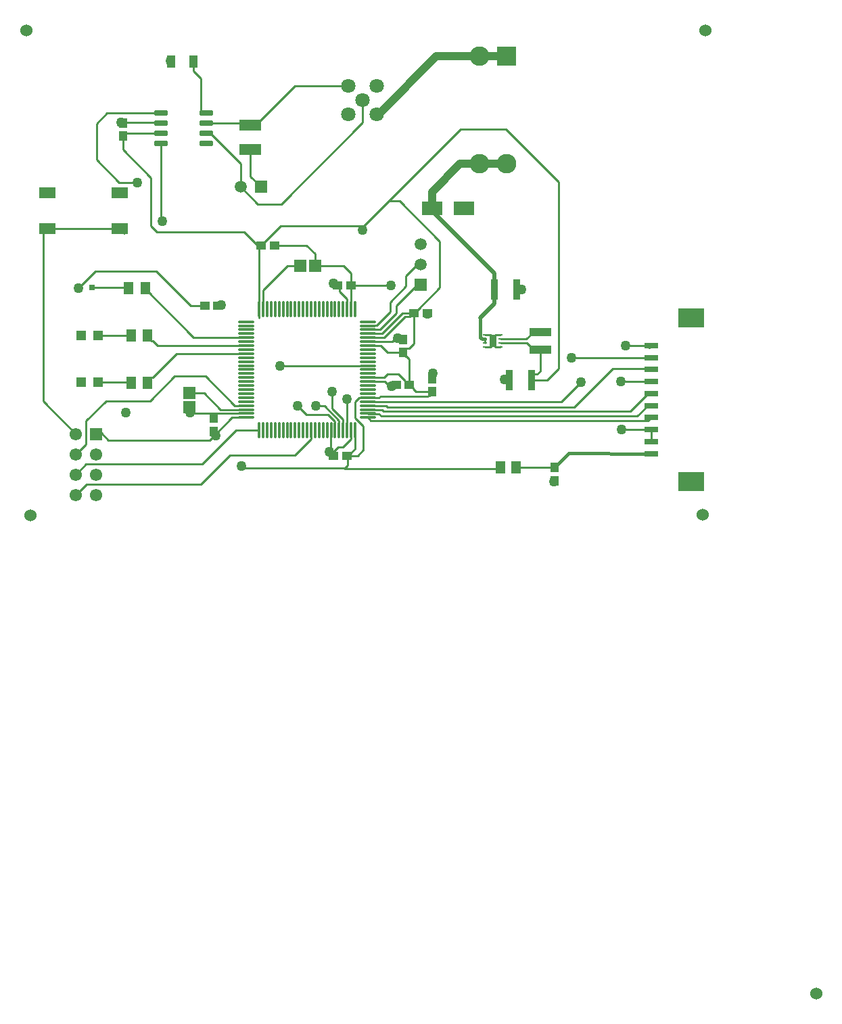
<source format=gbr>
%TF.GenerationSoftware,Altium Limited,Altium Designer,19.1.8 (144)*%
G04 Layer_Physical_Order=1*
G04 Layer_Color=255*
%FSLAX25Y25*%
%MOIN*%
%TF.FileFunction,Copper,L1,Top,Signal*%
%TF.Part,Single*%
G01*
G75*
%TA.AperFunction,SMDPad,CuDef*%
%ADD10R,0.04166X0.04749*%
%ADD11R,0.04749X0.04166*%
%ADD12O,0.01181X0.08268*%
%ADD13O,0.08268X0.01181*%
%ADD14R,0.03740X0.10236*%
%ADD15R,0.01968X0.01102*%
%ADD16R,0.03543X0.06299*%
%ADD17R,0.13000X0.09500*%
%ADD18R,0.06693X0.03150*%
%ADD19R,0.04921X0.06102*%
%ADD20R,0.06127X0.05924*%
%ADD21R,0.04724X0.04724*%
%ADD22R,0.03150X0.03150*%
%ADD23R,0.05924X0.06127*%
%ADD24R,0.10630X0.03937*%
%ADD25R,0.08268X0.05512*%
%ADD26R,0.05118X0.05906*%
%ADD27R,0.09843X0.06693*%
%ADD28R,0.11024X0.05709*%
G04:AMPARAMS|DCode=29|XSize=25.59mil|YSize=64.96mil|CornerRadius=1.92mil|HoleSize=0mil|Usage=FLASHONLY|Rotation=90.000|XOffset=0mil|YOffset=0mil|HoleType=Round|Shape=RoundedRectangle|*
%AMROUNDEDRECTD29*
21,1,0.02559,0.06112,0,0,90.0*
21,1,0.02175,0.06496,0,0,90.0*
1,1,0.00384,0.03056,0.01088*
1,1,0.00384,0.03056,-0.01088*
1,1,0.00384,-0.03056,-0.01088*
1,1,0.00384,-0.03056,0.01088*
%
%ADD29ROUNDEDRECTD29*%
%ADD30R,0.04331X0.06496*%
%TA.AperFunction,Conductor*%
%ADD31C,0.01000*%
%ADD32C,0.01500*%
%ADD33C,0.01968*%
%ADD34C,0.03937*%
%TA.AperFunction,ComponentPad*%
%ADD35C,0.09646*%
%ADD36R,0.09646X0.09646*%
%TA.AperFunction,ViaPad*%
%ADD37C,0.06000*%
%TA.AperFunction,ComponentPad*%
%ADD38R,0.05906X0.05906*%
%ADD39C,0.05906*%
%ADD40C,0.06102*%
%ADD41R,0.06102X0.06102*%
%ADD42R,0.05906X0.05906*%
%ADD43C,0.07087*%
%TA.AperFunction,ViaPad*%
%ADD44C,0.05000*%
%ADD45C,0.01968*%
%ADD46C,0.07087*%
D10*
X208071Y69780D02*
D03*
Y76283D02*
D03*
X193504Y89169D02*
D03*
Y95673D02*
D03*
X100197Y56795D02*
D03*
Y50291D02*
D03*
X268208Y25878D02*
D03*
Y32382D02*
D03*
X55511Y202272D02*
D03*
Y195768D02*
D03*
D11*
X95961Y112106D02*
D03*
X102464D02*
D03*
X196657Y73327D02*
D03*
X190154D02*
D03*
X161414Y122277D02*
D03*
X167917D02*
D03*
X159346Y38091D02*
D03*
X165850D02*
D03*
X130319Y142028D02*
D03*
X123815D02*
D03*
X205511Y108465D02*
D03*
X199008D02*
D03*
D12*
X169980Y50787D02*
D03*
X168011D02*
D03*
X166043D02*
D03*
X164075D02*
D03*
X162106D02*
D03*
X160137D02*
D03*
X158169D02*
D03*
X156201D02*
D03*
X154232D02*
D03*
X152263D02*
D03*
X150295D02*
D03*
X148327D02*
D03*
X146358D02*
D03*
X144389D02*
D03*
X142421D02*
D03*
X140453D02*
D03*
X138484D02*
D03*
X136515D02*
D03*
X134547D02*
D03*
X132579D02*
D03*
X130610D02*
D03*
X128641D02*
D03*
X126673D02*
D03*
X124705D02*
D03*
X122736D02*
D03*
Y110630D02*
D03*
X124705D02*
D03*
X126673D02*
D03*
X128641D02*
D03*
X130610D02*
D03*
X132579D02*
D03*
X134547D02*
D03*
X136515D02*
D03*
X138484D02*
D03*
X140453D02*
D03*
X142421D02*
D03*
X144389D02*
D03*
X146358D02*
D03*
X148327D02*
D03*
X150295D02*
D03*
X152263D02*
D03*
X154232D02*
D03*
X156201D02*
D03*
X158169D02*
D03*
X160137D02*
D03*
X162106D02*
D03*
X164075D02*
D03*
X166043D02*
D03*
X168011D02*
D03*
X169980D02*
D03*
D13*
X116437Y57086D02*
D03*
Y59055D02*
D03*
Y61023D02*
D03*
Y62992D02*
D03*
Y64960D02*
D03*
Y66929D02*
D03*
Y68897D02*
D03*
Y70866D02*
D03*
Y72834D02*
D03*
Y74803D02*
D03*
Y76771D02*
D03*
Y78740D02*
D03*
Y80709D02*
D03*
Y82677D02*
D03*
Y84646D02*
D03*
Y86614D02*
D03*
Y88583D02*
D03*
Y90551D02*
D03*
Y92520D02*
D03*
Y94488D02*
D03*
Y96457D02*
D03*
Y98425D02*
D03*
Y100394D02*
D03*
Y102362D02*
D03*
Y104331D02*
D03*
X176279D02*
D03*
Y102362D02*
D03*
Y100394D02*
D03*
Y98425D02*
D03*
Y96457D02*
D03*
Y94488D02*
D03*
Y92520D02*
D03*
Y90551D02*
D03*
Y88583D02*
D03*
Y86614D02*
D03*
Y84646D02*
D03*
Y82677D02*
D03*
Y80709D02*
D03*
Y78740D02*
D03*
Y76771D02*
D03*
Y74803D02*
D03*
Y72834D02*
D03*
Y70866D02*
D03*
Y68897D02*
D03*
Y66929D02*
D03*
Y64960D02*
D03*
Y62992D02*
D03*
Y61023D02*
D03*
Y59055D02*
D03*
Y57086D02*
D03*
D14*
X245965Y75689D02*
D03*
X256988D02*
D03*
X238583Y120079D02*
D03*
X249606D02*
D03*
D15*
X234153Y97835D02*
D03*
Y95866D02*
D03*
Y93898D02*
D03*
Y91929D02*
D03*
X241633D02*
D03*
Y93898D02*
D03*
Y95866D02*
D03*
Y97835D02*
D03*
D16*
X237893Y94882D02*
D03*
D17*
X335544Y25595D02*
D03*
Y106295D02*
D03*
D18*
X315945Y39370D02*
D03*
Y45275D02*
D03*
Y51181D02*
D03*
Y57086D02*
D03*
Y62992D02*
D03*
Y68898D02*
D03*
Y74803D02*
D03*
Y80709D02*
D03*
Y86614D02*
D03*
Y92520D02*
D03*
D19*
X67716Y97441D02*
D03*
X59645D02*
D03*
X66535Y120965D02*
D03*
X58464D02*
D03*
X59744Y74311D02*
D03*
X67815D02*
D03*
D20*
X88484Y62103D02*
D03*
Y69196D02*
D03*
D21*
X34940Y74508D02*
D03*
X43208D02*
D03*
X34940Y97441D02*
D03*
X43208D02*
D03*
D22*
X34251Y121063D02*
D03*
X40157D02*
D03*
D23*
X150199Y131791D02*
D03*
X143107D02*
D03*
D24*
X261220Y90650D02*
D03*
Y99311D02*
D03*
D25*
X54133Y167815D02*
D03*
Y150099D02*
D03*
X18307D02*
D03*
Y167815D02*
D03*
D26*
X249212Y32480D02*
D03*
X241732D02*
D03*
D27*
X223622Y160335D02*
D03*
X207874D02*
D03*
D28*
X118405Y201181D02*
D03*
Y189173D02*
D03*
D29*
X96555Y192106D02*
D03*
Y197106D02*
D03*
Y202106D02*
D03*
Y207106D02*
D03*
X74311Y192106D02*
D03*
Y197106D02*
D03*
Y202106D02*
D03*
Y207106D02*
D03*
D30*
X90452Y232480D02*
D03*
X79232D02*
D03*
D31*
X88090Y59090D02*
X116402D01*
X33563Y120965D02*
X41830Y129232D01*
X54724Y202658D02*
X73760D01*
X315157Y51575D02*
X315945Y50788D01*
X306200Y60925D02*
X306299Y61023D01*
X305511Y60236D02*
X306200Y60925D01*
X184055Y60236D02*
X305511D01*
X168011Y122183D02*
X168155Y122039D01*
X314271Y50689D02*
X315157Y51575D01*
X168155Y122039D02*
X187618D01*
X315945Y45275D02*
Y50788D01*
X133264Y151476D02*
X174311D01*
X166248Y38091D02*
Y38197D01*
Y33579D02*
Y38091D01*
X98228Y45965D02*
X109350Y57086D01*
X113681Y32090D02*
X128933D01*
X194685Y106890D02*
X197244D01*
X199008Y93397D02*
Y108465D01*
X184252Y96457D02*
X194685Y106890D01*
X176279Y96457D02*
X184252D01*
X193405Y108465D02*
X198716D01*
X183366Y98425D02*
X193405Y108465D01*
X176279Y98425D02*
X183366D01*
X278051Y62303D02*
X296850Y81102D01*
X185827Y62303D02*
X278051D01*
X185228Y62902D02*
X185827Y62303D01*
X176370Y62902D02*
X185228D01*
X176279Y62992D02*
X176370Y62902D01*
X183268Y61023D02*
X184055Y60236D01*
X176279Y61023D02*
X183268D01*
X306299D02*
X306398D01*
X177756Y55610D02*
X314468D01*
X301279Y51083D02*
X312500D01*
X182874Y57874D02*
X309055D01*
X181783Y58965D02*
X182874Y57874D01*
X176370Y58965D02*
X181783D01*
X176279Y59055D02*
X176370Y58965D01*
X309055Y57874D02*
X314173Y62992D01*
X314468Y55610D02*
X315945Y57086D01*
X176279Y57086D02*
X177756Y55610D01*
X41830Y129232D02*
X71850D01*
X88976Y112106D01*
X95961D01*
X90452Y96457D02*
X116437D01*
X66535Y120374D02*
X90452Y96457D01*
X111319Y50787D02*
X122736D01*
X94587Y34055D02*
X111319Y50787D01*
X37480Y34055D02*
X94587D01*
X164665Y31996D02*
X164763Y31898D01*
X167831Y39674D02*
X169980Y41822D01*
X167725Y39674D02*
X167831D01*
X166248Y38197D02*
X167725Y39674D01*
X169980Y41822D02*
Y50787D01*
X166248Y38091D02*
X171161D01*
X174114Y41043D01*
Y52854D01*
X169980Y56988D02*
X174114Y52854D01*
X169980Y56988D02*
Y64861D01*
X196657Y73327D02*
Y86016D01*
Y73327D02*
X196949D01*
X196366D02*
X196657D01*
X198532Y71161D02*
X199913Y69780D01*
X198532Y71161D02*
Y71744D01*
X196949Y73327D02*
X198532Y71744D01*
X199913Y69780D02*
X208071D01*
X182480Y67520D02*
X205811D01*
X206196Y67905D01*
X206488D01*
X208071Y69488D01*
Y69780D01*
X181890Y66929D02*
X182480Y67520D01*
X176279Y66929D02*
X181890D01*
X195378Y87295D02*
X196657Y86016D01*
X195087Y87295D02*
X195378D01*
X193504Y88878D02*
X195087Y87295D01*
X193504Y88878D02*
Y89169D01*
X186122Y78543D02*
X191441D01*
X194783Y75201D01*
Y74910D02*
Y75201D01*
Y74910D02*
X196366Y73327D01*
X184350Y76771D02*
X186122Y78543D01*
X176279Y76771D02*
X184350D01*
X196654Y91044D02*
X199008Y93397D01*
X195087Y91044D02*
X196654D01*
X193504Y89461D02*
X195087Y91044D01*
X193504Y89169D02*
Y89461D01*
X186713Y163878D02*
X222047Y199213D01*
X174311Y151476D02*
X186713Y163878D01*
X211811Y121268D02*
Y143898D01*
X200882Y110339D02*
X211811Y121268D01*
X200882Y110048D02*
Y110339D01*
X199299Y108465D02*
X200882Y110048D01*
X199008Y108465D02*
X199299D01*
X191831Y163878D02*
X211811Y143898D01*
X186713Y163878D02*
X191831D01*
X186126Y89169D02*
X193504D01*
X182775Y92520D02*
X186126Y89169D01*
X176279Y92520D02*
X182775D01*
X190131Y96161D02*
X191043D01*
X188458Y94488D02*
X190131Y96161D01*
X176279Y94488D02*
X188458D01*
X190310Y112101D02*
X201968Y123760D01*
X190310Y108518D02*
Y112101D01*
X182220Y100428D02*
X190310Y108518D01*
X176314Y100428D02*
X182220D01*
X123815Y142028D02*
X133264Y151476D01*
X222047Y199213D02*
X244193D01*
X270276Y173130D01*
Y81201D02*
Y173130D01*
X264764Y75689D02*
X270276Y81201D01*
X256988Y75689D02*
X264764D01*
X315944Y86614D02*
X315945Y86614D01*
X276673Y86614D02*
X315944D01*
X158563Y131791D02*
X158563Y131791D01*
X164173D01*
X167917Y128047D01*
Y122277D02*
Y128047D01*
X162216Y119280D02*
X166043Y115453D01*
X162216Y119280D02*
Y121474D01*
X161414Y122277D02*
X162216Y121474D01*
X166043Y110630D02*
Y115453D01*
X167917Y122277D02*
X168011Y122183D01*
Y110630D02*
Y122183D01*
X157381Y40059D02*
X159252D01*
X161811Y42618D01*
X164073D01*
X167977Y46522D01*
X241633Y93898D02*
X254626D01*
X48484Y45965D02*
X98228D01*
X44842Y49606D02*
X48484Y45965D01*
X109350Y57086D02*
X116437D01*
X88484Y69196D02*
X95548D01*
X96161Y77559D02*
X110728Y62992D01*
X81102Y77559D02*
X96161D01*
X68897Y65354D02*
X81102Y77559D01*
X74901Y154035D02*
X75098D01*
X74311Y154626D02*
X74901Y154035D01*
X42519Y184055D02*
X53740Y172835D01*
X62500D01*
X55511Y189075D02*
Y195768D01*
Y189075D02*
X69291Y175295D01*
Y151575D02*
Y175295D01*
Y151575D02*
X72342Y148524D01*
X115453D01*
X122736Y141241D01*
Y110630D02*
Y141241D01*
X74311Y197106D02*
X76279D01*
X150199Y131791D02*
Y137891D01*
X146063Y142028D02*
X150199Y137891D01*
X130319Y142028D02*
X146063D01*
X261220Y79921D02*
Y90650D01*
X259772Y78473D02*
X261220Y79921D01*
X258358Y78473D02*
X259772D01*
X256988Y77103D02*
X258358Y78473D01*
X256988Y75689D02*
Y77103D01*
X16378Y65040D02*
X32421Y48996D01*
Y38996D02*
X37303Y43878D01*
Y55413D01*
X47244Y65354D02*
X68897D01*
X37303Y55413D02*
X47244Y65354D01*
X32421Y28996D02*
X37480Y34055D01*
X32421Y18996D02*
X37539Y24114D01*
X180708Y206594D02*
X181595D01*
X306299Y61023D02*
X314173Y68898D01*
X315551Y81102D02*
X315945Y80709D01*
X296850Y81102D02*
X315551D01*
X313878Y92618D02*
X314960Y91536D01*
X312500Y51083D02*
X313189Y51772D01*
X314271Y50689D01*
X315846Y86516D02*
X315945Y86614D01*
X303248Y92618D02*
X313878D01*
X314960Y91536D02*
X315945Y92520D01*
X301083Y74902D02*
X315649D01*
X315846Y74705D01*
X315944Y74803D01*
X315945Y74803D01*
X271752Y64960D02*
X281299Y74508D01*
X176279Y64960D02*
X271752D01*
X234153Y93898D02*
Y95866D01*
X74311Y154626D02*
Y192106D01*
X73760Y202658D02*
X74311Y202106D01*
X37539Y24114D02*
X93897D01*
X108366Y38583D01*
X42519Y184055D02*
Y201870D01*
X47756Y207106D01*
X74311D01*
X132874Y82776D02*
X132972Y82677D01*
X176279D01*
X150492Y62795D02*
X154888D01*
X162071Y55612D01*
Y50822D02*
Y55612D01*
Y50822D02*
X162106Y50787D01*
X158563Y61648D02*
X164040Y56171D01*
Y50822D02*
Y56171D01*
Y50822D02*
X164075Y50787D01*
X158563Y61648D02*
Y69882D01*
X141633Y62894D02*
X145937Y58590D01*
X156565D01*
X160103Y55053D01*
Y50822D02*
Y55053D01*
Y50822D02*
X160137Y50787D01*
X166043Y66142D02*
X166043Y66142D01*
X166043Y50787D02*
Y66142D01*
X116437Y57086D02*
X116471Y57121D01*
X314173Y68898D02*
X315945D01*
X314173Y62992D02*
X315945D01*
X187059Y72441D02*
X187992D01*
X184697Y74803D02*
X187059Y72441D01*
X176279Y74803D02*
X184697D01*
X234102Y95917D02*
X234153Y95866D01*
X124739Y119720D02*
X136811Y131791D01*
X124739Y110665D02*
Y119720D01*
X136811Y131791D02*
X143107D01*
X150199D02*
X158563D01*
X124705Y110630D02*
X124739Y110665D01*
X122771Y106365D02*
Y110595D01*
X122736Y110630D02*
X122771Y110595D01*
X176245Y94523D02*
X176279Y94488D01*
X167977Y46522D02*
Y50753D01*
X168011Y50787D01*
X157381Y40059D02*
X158134Y40812D01*
Y50753D01*
X158169Y50787D01*
X90452Y227732D02*
X93999Y224186D01*
Y207886D02*
Y224186D01*
Y207886D02*
X94778Y207106D01*
X96555D01*
X90452Y227732D02*
Y232480D01*
X122047Y162303D02*
X133661D01*
X113582Y170768D02*
X122047Y162303D01*
X133661D02*
X173749Y202391D01*
Y213554D01*
X118405Y175945D02*
X123582Y170768D01*
X118405Y175945D02*
Y189173D01*
Y201181D02*
X121063D01*
X140395Y220514D01*
X166789D01*
X241633Y95866D02*
X254429D01*
X257874Y99311D01*
X254626Y93898D02*
X257874Y90650D01*
X172014Y66895D02*
X176245D01*
X55511Y195768D02*
X56850Y197106D01*
X74311D01*
X96555Y202106D02*
X117480D01*
X118405Y201181D01*
X113582Y170768D02*
Y182047D01*
X98523Y197106D02*
X113582Y182047D01*
X96555Y197106D02*
X98523D01*
X257874Y90650D02*
X261220D01*
X257874Y99311D02*
X261220D01*
X237893Y96457D02*
X239220Y97783D01*
X241582D01*
X241633Y97835D01*
X236567Y97783D02*
X237893Y96457D01*
X234204Y97783D02*
X236567D01*
X234153Y97835D02*
X234204Y97783D01*
X237893Y93307D02*
X239220Y91980D01*
X241582D01*
X241633Y91929D01*
X236567Y91980D02*
X237893Y93307D01*
X234204Y91980D02*
X236567D01*
X234153Y91929D02*
X234204Y91980D01*
X268208Y32673D02*
X269791Y34256D01*
X268208Y32382D02*
Y32673D01*
X268110Y32480D02*
X268208Y32382D01*
X249212Y32480D02*
X268110D01*
X241149Y31898D02*
X241732Y32480D01*
X241633Y91929D02*
Y92059D01*
X141433Y133465D02*
X143107Y131791D01*
X116402Y59090D02*
X116437Y59055D01*
X158134Y50822D02*
X158169Y50787D01*
X164665Y31996D02*
X166248Y33579D01*
X169980Y64861D02*
X172014Y66895D01*
X176245D02*
X176279Y66929D01*
X164763Y31898D02*
X241149D01*
X164567Y32094D02*
X164665Y31996D01*
X128945Y32094D02*
X164567D01*
X128937Y32087D02*
X128945Y32094D01*
X128933Y32090D02*
X128937Y32087D01*
X103720Y61023D02*
X116437D01*
X95548Y69196D02*
X103720Y61023D01*
X110728Y62992D02*
X116437D01*
X249008Y32685D02*
X249212Y32480D01*
X187204Y109057D02*
Y114026D01*
X195078Y121900D01*
Y126870D01*
X176279Y100394D02*
X176314Y100428D01*
X176279Y102362D02*
X176314Y102397D01*
X195078Y126870D02*
X201968Y133760D01*
X180544Y102397D02*
X187204Y109057D01*
X176314Y102397D02*
X180544D01*
X18307Y150099D02*
X54133D01*
X16378Y65040D02*
Y148169D01*
X18307Y150099D01*
X108366Y38583D02*
X140352D01*
X148292Y46522D01*
Y50753D01*
X148327Y50787D01*
X58366Y121063D02*
X58464Y120965D01*
X40157Y121063D02*
X58366D01*
X70366Y76862D02*
X82086Y88583D01*
X69775Y76862D02*
X70366D01*
X67815Y74902D02*
X69775Y76862D01*
X67815Y74311D02*
Y74902D01*
X82086Y88583D02*
X116437D01*
X66535Y120374D02*
Y120965D01*
X72637Y92520D02*
X116437D01*
X70267Y94890D02*
X72637Y92520D01*
X69677Y94890D02*
X70267D01*
X67716Y96851D02*
X69677Y94890D01*
X67716Y96851D02*
Y97441D01*
X43208D02*
X59645D01*
X59547Y74508D02*
X59744Y74311D01*
X43208Y74508D02*
X59547D01*
X222047Y160335D02*
X223622D01*
X268110Y25780D02*
X268208Y25878D01*
X54133Y150099D02*
X56311Y147921D01*
X34940Y97441D02*
X35334Y97835D01*
X34645Y97146D02*
X34940Y97441D01*
D32*
X268208Y32382D02*
X275365Y39495D01*
X315945Y39370D01*
X207874Y158957D02*
Y160335D01*
X232532Y95746D02*
X233919D01*
X231632Y96647D02*
X232532Y95746D01*
X231632Y96647D02*
Y106167D01*
D33*
X238583Y120079D02*
Y128248D01*
Y113118D02*
Y120079D01*
X207874Y158957D02*
X238583Y128248D01*
X231632Y106167D02*
X238583Y113118D01*
D34*
X210079Y235079D02*
X231201D01*
X181595Y206594D02*
X210079Y235079D01*
X231201D02*
X244587D01*
X231201Y182047D02*
X244587D01*
X207874Y168110D02*
X221811Y182047D01*
X231201D01*
X207874Y160335D02*
Y168110D01*
D35*
X231201Y182047D02*
D03*
Y235079D02*
D03*
X244587Y182047D02*
D03*
D36*
Y235079D02*
D03*
D37*
X342520Y248031D02*
D03*
X397244Y-226772D02*
D03*
X7874Y248031D02*
D03*
X9843Y8957D02*
D03*
X341240Y9350D02*
D03*
D38*
X202165Y122618D02*
D03*
D39*
Y132618D02*
D03*
Y142618D02*
D03*
X113582Y170768D02*
D03*
D40*
X42421Y38996D02*
D03*
Y28996D02*
D03*
Y18996D02*
D03*
X32421Y48996D02*
D03*
Y38996D02*
D03*
Y28996D02*
D03*
Y18996D02*
D03*
D41*
X42421Y48996D02*
D03*
D42*
X123582Y170768D02*
D03*
D43*
X173749Y213554D02*
D03*
X166789Y220514D02*
D03*
X180708D02*
D03*
X166789Y206594D02*
D03*
X180708D02*
D03*
D44*
X187618Y122039D02*
D03*
X301279Y51083D02*
D03*
X251969Y120079D02*
D03*
X103839Y112598D02*
D03*
X101181Y48228D02*
D03*
X113878Y33366D02*
D03*
X208169Y78740D02*
D03*
X191043Y96161D02*
D03*
X173524Y149606D02*
D03*
X159449Y123327D02*
D03*
X276673Y86614D02*
D03*
X157381Y40059D02*
D03*
X56890Y59646D02*
D03*
X88681D02*
D03*
X75098Y154035D02*
D03*
X62500Y172835D02*
D03*
X243504Y75984D02*
D03*
X303248Y92618D02*
D03*
X301083Y74902D02*
D03*
X281299Y74508D02*
D03*
X54133Y150099D02*
D03*
X132972Y82677D02*
D03*
X141633Y62894D02*
D03*
X150492Y62795D02*
D03*
X166043Y66142D02*
D03*
X158563Y69882D02*
D03*
X187992Y72441D02*
D03*
X268011Y25591D02*
D03*
X223720Y160335D02*
D03*
X78838Y232972D02*
D03*
X54724Y202658D02*
D03*
X53740Y168307D02*
D03*
X18011Y167815D02*
D03*
X33563Y120965D02*
D03*
X34842Y74409D02*
D03*
X205807Y108366D02*
D03*
X180708Y220514D02*
D03*
X34940Y97441D02*
D03*
D45*
X237893Y93307D02*
D03*
Y96457D02*
D03*
D46*
X180708Y206594D02*
D03*
X166789D02*
D03*
X180708Y220514D02*
D03*
X166789D02*
D03*
X173749Y213554D02*
D03*
%TF.MD5,48dcd834a6e895c800b30f368cf0c7d3*%
M02*

</source>
